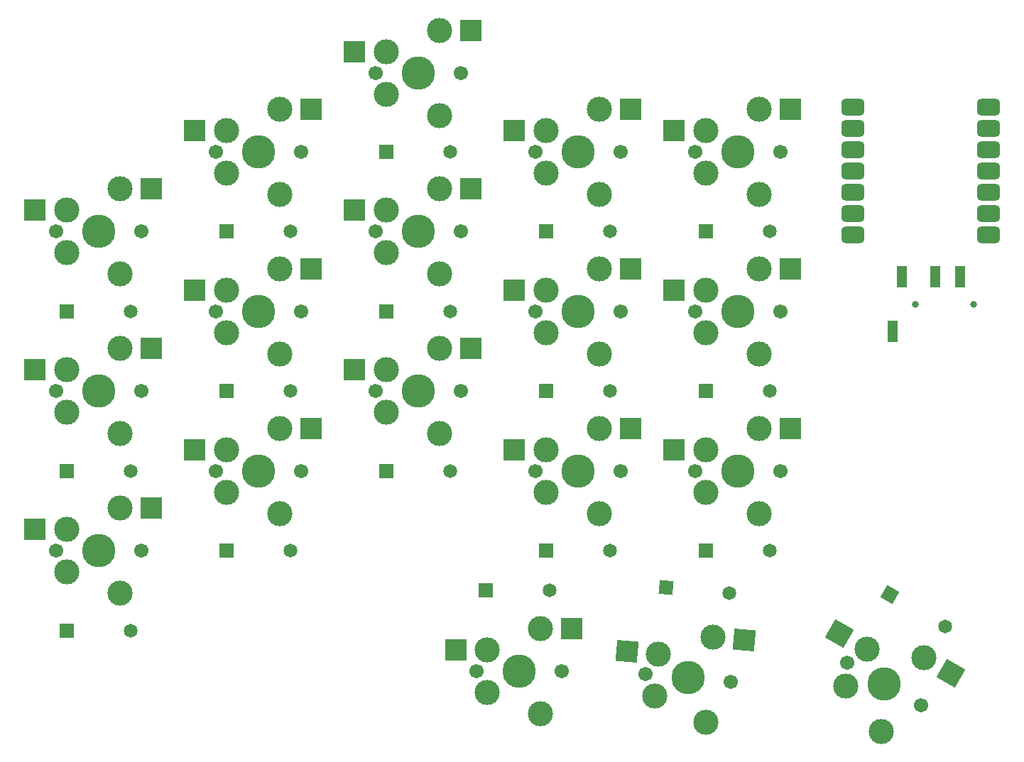
<source format=gbr>
%TF.GenerationSoftware,KiCad,Pcbnew,8.0.6*%
%TF.CreationDate,2024-11-18T16:16:28-05:00*%
%TF.ProjectId,SolarFlarePCB,536f6c61-7246-46c6-9172-655043422e6b,rev?*%
%TF.SameCoordinates,Original*%
%TF.FileFunction,Soldermask,Bot*%
%TF.FilePolarity,Negative*%
%FSLAX46Y46*%
G04 Gerber Fmt 4.6, Leading zero omitted, Abs format (unit mm)*
G04 Created by KiCad (PCBNEW 8.0.6) date 2024-11-18 16:16:28*
%MOMM*%
%LPD*%
G01*
G04 APERTURE LIST*
G04 Aperture macros list*
%AMRoundRect*
0 Rectangle with rounded corners*
0 $1 Rounding radius*
0 $2 $3 $4 $5 $6 $7 $8 $9 X,Y pos of 4 corners*
0 Add a 4 corners polygon primitive as box body*
4,1,4,$2,$3,$4,$5,$6,$7,$8,$9,$2,$3,0*
0 Add four circle primitives for the rounded corners*
1,1,$1+$1,$2,$3*
1,1,$1+$1,$4,$5*
1,1,$1+$1,$6,$7*
1,1,$1+$1,$8,$9*
0 Add four rect primitives between the rounded corners*
20,1,$1+$1,$2,$3,$4,$5,0*
20,1,$1+$1,$4,$5,$6,$7,0*
20,1,$1+$1,$6,$7,$8,$9,0*
20,1,$1+$1,$8,$9,$2,$3,0*%
%AMRotRect*
0 Rectangle, with rotation*
0 The origin of the aperture is its center*
0 $1 length*
0 $2 width*
0 $3 Rotation angle, in degrees counterclockwise*
0 Add horizontal line*
21,1,$1,$2,0,0,$3*%
G04 Aperture macros list end*
%ADD10C,1.651000*%
%ADD11R,1.651000X1.651000*%
%ADD12C,1.701800*%
%ADD13C,3.000000*%
%ADD14C,3.987800*%
%ADD15R,2.550000X2.500000*%
%ADD16RotRect,2.550000X2.500000X330.000000*%
%ADD17C,0.800000*%
%ADD18RotRect,1.651000X1.651000X175.000000*%
%ADD19RotRect,2.550000X2.500000X355.000000*%
%ADD20RotRect,1.651000X1.651000X150.000000*%
%ADD21R,1.200000X2.500000*%
%ADD22RoundRect,0.500000X0.875000X0.500000X-0.875000X0.500000X-0.875000X-0.500000X0.875000X-0.500000X0*%
G04 APERTURE END LIST*
D10*
%TO.C,D3*%
X41910000Y-104775000D03*
D11*
X34290000Y-104775000D03*
%TD*%
D12*
%TO.C,MX3*%
X33020000Y-95250000D03*
D13*
X34290000Y-92710000D03*
X34290000Y-97790000D03*
D14*
X38100000Y-95250000D03*
D13*
X40640000Y-90170000D03*
X40640000Y-100330000D03*
D12*
X43180000Y-95250000D03*
D15*
X44390000Y-90170000D03*
X30540000Y-92710000D03*
%TD*%
D10*
%TO.C,D4*%
X60960000Y-57150000D03*
D11*
X53340000Y-57150000D03*
%TD*%
D12*
%TO.C,MX7*%
X71120000Y-38258750D03*
D13*
X72390000Y-35718750D03*
X72390000Y-40798750D03*
D14*
X76200000Y-38258750D03*
D13*
X78740000Y-33178750D03*
X78740000Y-43338750D03*
D12*
X81280000Y-38258750D03*
D15*
X82490000Y-33178750D03*
X68640000Y-35718750D03*
%TD*%
D12*
%TO.C,MX18*%
X127350591Y-108595000D03*
D13*
X129720444Y-107030295D03*
X127180443Y-111429705D03*
D14*
X131750000Y-111135000D03*
D13*
X136489705Y-108005591D03*
X131409705Y-116804409D03*
D12*
X136149409Y-113675000D03*
D16*
X139737300Y-109880591D03*
X126472848Y-105155295D03*
%TD*%
D12*
%TO.C,MX13*%
X90170000Y-85725000D03*
D13*
X91440000Y-83185000D03*
X91440000Y-88265000D03*
D14*
X95250000Y-85725000D03*
D13*
X97790000Y-80645000D03*
X97790000Y-90805000D03*
D12*
X100330000Y-85725000D03*
D15*
X101540000Y-80645000D03*
X87690000Y-83185000D03*
%TD*%
D12*
%TO.C,MX9*%
X71120000Y-76200000D03*
D13*
X72390000Y-73660000D03*
X72390000Y-78740000D03*
D14*
X76200000Y-76200000D03*
D13*
X78740000Y-71120000D03*
X78740000Y-81280000D03*
D12*
X81280000Y-76200000D03*
D15*
X82490000Y-71120000D03*
X68640000Y-73660000D03*
%TD*%
D12*
%TO.C,MX2*%
X33020000Y-76200000D03*
D13*
X34290000Y-73660000D03*
X34290000Y-78740000D03*
D14*
X38100000Y-76200000D03*
D13*
X40640000Y-71120000D03*
X40640000Y-81280000D03*
D12*
X43180000Y-76200000D03*
D15*
X44390000Y-71120000D03*
X30540000Y-73660000D03*
%TD*%
D12*
%TO.C,MX8*%
X71120000Y-57150000D03*
D13*
X72390000Y-54610000D03*
X72390000Y-59690000D03*
D14*
X76200000Y-57150000D03*
D13*
X78740000Y-52070000D03*
X78740000Y-62230000D03*
D12*
X81280000Y-57150000D03*
D15*
X82490000Y-52070000D03*
X68640000Y-54610000D03*
%TD*%
D10*
%TO.C,D11*%
X99060000Y-57150000D03*
D11*
X91440000Y-57150000D03*
%TD*%
D12*
%TO.C,MX17*%
X109220000Y-85725000D03*
D13*
X110490000Y-83185000D03*
X110490000Y-88265000D03*
D14*
X114300000Y-85725000D03*
D13*
X116840000Y-80645000D03*
X116840000Y-90805000D03*
D12*
X119380000Y-85725000D03*
D15*
X120590000Y-80645000D03*
X106740000Y-83185000D03*
%TD*%
D12*
%TO.C,MX16*%
X109220000Y-66675000D03*
D13*
X110490000Y-64135000D03*
X110490000Y-69215000D03*
D14*
X114300000Y-66675000D03*
D13*
X116840000Y-61595000D03*
X116840000Y-71755000D03*
D12*
X119380000Y-66675000D03*
D15*
X120590000Y-61595000D03*
X106740000Y-64135000D03*
%TD*%
D12*
%TO.C,MX5*%
X52070000Y-66675000D03*
D13*
X53340000Y-64135000D03*
X53340000Y-69215000D03*
D14*
X57150000Y-66675000D03*
D13*
X59690000Y-61595000D03*
X59690000Y-71755000D03*
D12*
X62230000Y-66675000D03*
D15*
X63440000Y-61595000D03*
X49590000Y-64135000D03*
%TD*%
D10*
%TO.C,D1*%
X41910000Y-66675000D03*
D11*
X34290000Y-66675000D03*
%TD*%
D10*
%TO.C,D15*%
X118110000Y-57150000D03*
D11*
X110490000Y-57150000D03*
%TD*%
D12*
%TO.C,MX10*%
X83170000Y-109625000D03*
D13*
X84440000Y-107085000D03*
X84440000Y-112165000D03*
D14*
X88250000Y-109625000D03*
D13*
X90790000Y-104545000D03*
X90790000Y-114705000D03*
D12*
X93330000Y-109625000D03*
D15*
X94540000Y-104545000D03*
X80690000Y-107085000D03*
%TD*%
D12*
%TO.C,MX15*%
X109220000Y-47625000D03*
D13*
X110490000Y-45085000D03*
X110490000Y-50165000D03*
D14*
X114300000Y-47625000D03*
D13*
X116840000Y-42545000D03*
X116840000Y-52705000D03*
D12*
X119380000Y-47625000D03*
D15*
X120590000Y-42545000D03*
X106740000Y-45085000D03*
%TD*%
D10*
%TO.C,D7*%
X80010000Y-47625000D03*
D11*
X72390000Y-47625000D03*
%TD*%
D10*
%TO.C,D12*%
X99060000Y-76200000D03*
D11*
X91440000Y-76200000D03*
%TD*%
D12*
%TO.C,MX11*%
X90170000Y-47625000D03*
D13*
X91440000Y-45085000D03*
X91440000Y-50165000D03*
D14*
X95250000Y-47625000D03*
D13*
X97790000Y-42545000D03*
X97790000Y-52705000D03*
D12*
X100330000Y-47625000D03*
D15*
X101540000Y-42545000D03*
X87690000Y-45085000D03*
%TD*%
D10*
%TO.C,D13*%
X99060000Y-95250000D03*
D11*
X91440000Y-95250000D03*
%TD*%
D17*
%TO.C,U3*%
X142450000Y-65850000D03*
X135450000Y-65850000D03*
%TD*%
D10*
%TO.C,D14*%
X113333002Y-100344564D03*
D18*
X105741998Y-99680436D03*
%TD*%
D12*
%TO.C,MX1*%
X33020000Y-57150000D03*
D13*
X34290000Y-54610000D03*
X34290000Y-59690000D03*
D14*
X38100000Y-57150000D03*
D13*
X40640000Y-52070000D03*
X40640000Y-62230000D03*
D12*
X43180000Y-57150000D03*
D15*
X44390000Y-52070000D03*
X30540000Y-54610000D03*
%TD*%
D12*
%TO.C,MX4*%
X52070000Y-47625000D03*
D13*
X53340000Y-45085000D03*
X53340000Y-50165000D03*
D14*
X57150000Y-47625000D03*
D13*
X59690000Y-42545000D03*
X59690000Y-52705000D03*
D12*
X62230000Y-47625000D03*
D15*
X63440000Y-42545000D03*
X49590000Y-45085000D03*
%TD*%
D10*
%TO.C,D6*%
X60960000Y-95250000D03*
D11*
X53340000Y-95250000D03*
%TD*%
D12*
%TO.C,MX14*%
X103339331Y-109982249D03*
D13*
X104825874Y-107562602D03*
X104383123Y-112623271D03*
D14*
X108400000Y-110425000D03*
D13*
X111373086Y-105585707D03*
X110487583Y-115707045D03*
D12*
X113460669Y-110867751D03*
D19*
X115108816Y-105912541D03*
X101090144Y-107235768D03*
%TD*%
D10*
%TO.C,D2*%
X41910000Y-85725000D03*
D11*
X34290000Y-85725000D03*
%TD*%
D12*
%TO.C,MX6*%
X52070000Y-85725000D03*
D13*
X53340000Y-83185000D03*
X53340000Y-88265000D03*
D14*
X57150000Y-85725000D03*
D13*
X59690000Y-80645000D03*
X59690000Y-90805000D03*
D12*
X62230000Y-85725000D03*
D15*
X63440000Y-80645000D03*
X49590000Y-83185000D03*
%TD*%
D10*
%TO.C,D18*%
X139030807Y-104298750D03*
D20*
X132431693Y-100488750D03*
%TD*%
D10*
%TO.C,D10*%
X91916250Y-100012500D03*
D11*
X84296250Y-100012500D03*
%TD*%
D12*
%TO.C,MX12*%
X90170000Y-66675000D03*
D13*
X91440000Y-64135000D03*
X91440000Y-69215000D03*
D14*
X95250000Y-66675000D03*
D13*
X97790000Y-61595000D03*
X97790000Y-71755000D03*
D12*
X100330000Y-66675000D03*
D15*
X101540000Y-61595000D03*
X87690000Y-64135000D03*
%TD*%
D10*
%TO.C,D9*%
X80010000Y-85725000D03*
D11*
X72390000Y-85725000D03*
%TD*%
D10*
%TO.C,D16*%
X118110000Y-76200000D03*
D11*
X110490000Y-76200000D03*
%TD*%
D10*
%TO.C,D8*%
X80010000Y-66675000D03*
D11*
X72390000Y-66675000D03*
%TD*%
D10*
%TO.C,D5*%
X60960000Y-76200000D03*
D11*
X53340000Y-76200000D03*
%TD*%
D10*
%TO.C,D17*%
X118110000Y-95250000D03*
D11*
X110490000Y-95250000D03*
%TD*%
D17*
%TO.C,U2*%
X135450000Y-65850000D03*
X142450000Y-65850000D03*
D21*
X132750000Y-69100000D03*
X133850000Y-62600000D03*
X137850000Y-62600000D03*
X140850000Y-62600000D03*
%TD*%
D22*
%TO.C,U4*%
X144215000Y-42291250D03*
X144215000Y-44831250D03*
X144215000Y-47371250D03*
X144215000Y-49911250D03*
X144215000Y-52451250D03*
X144215000Y-54991250D03*
X144215000Y-57531250D03*
X128050000Y-57531250D03*
X128050000Y-54991250D03*
X128050000Y-52451250D03*
X128050000Y-49911250D03*
X128050000Y-47371250D03*
X128050000Y-44831250D03*
X128050000Y-42291250D03*
%TD*%
M02*

</source>
